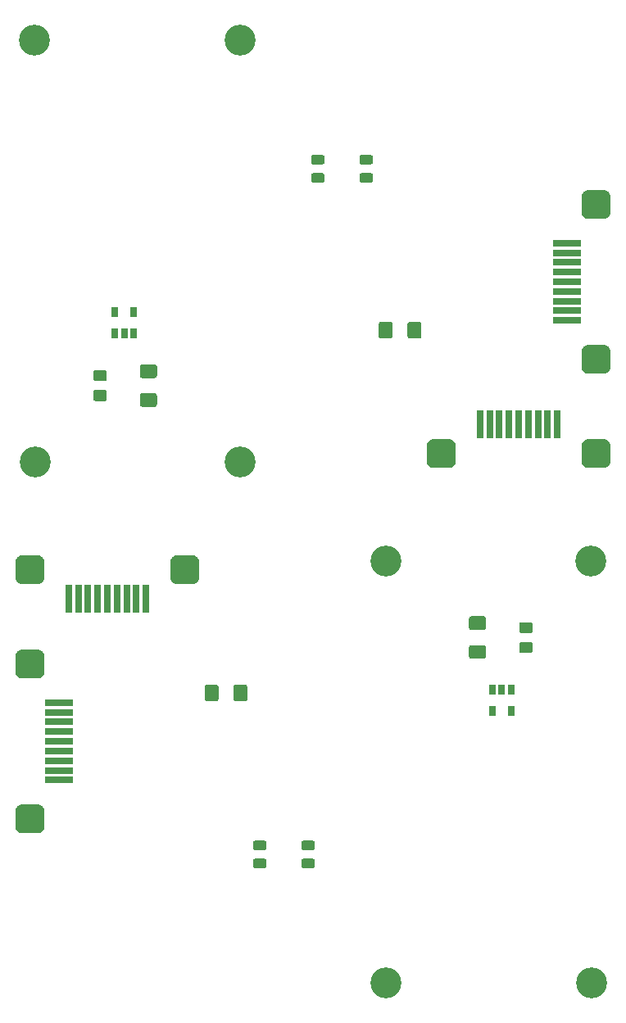
<source format=gbr>
G04 #@! TF.GenerationSoftware,KiCad,Pcbnew,5.1.5-52549c5~86~ubuntu18.04.1*
G04 #@! TF.CreationDate,2020-04-27T04:28:22+01:00*
G04 #@! TF.ProjectId,polariser_drive,706f6c61-7269-4736-9572-5f6472697665,rev?*
G04 #@! TF.SameCoordinates,Original*
G04 #@! TF.FileFunction,Paste,Top*
G04 #@! TF.FilePolarity,Positive*
%FSLAX46Y46*%
G04 Gerber Fmt 4.6, Leading zero omitted, Abs format (unit mm)*
G04 Created by KiCad (PCBNEW 5.1.5-52549c5~86~ubuntu18.04.1) date 2020-04-27 04:28:22*
%MOMM*%
%LPD*%
G04 APERTURE LIST*
%ADD10C,3.200000*%
%ADD11R,0.650000X1.060000*%
%ADD12C,0.100000*%
%ADD13R,0.700000X3.000000*%
%ADD14R,3.000000X0.700000*%
G04 APERTURE END LIST*
D10*
X52800000Y-80880000D03*
X74000000Y-80880000D03*
X74000000Y-37250000D03*
X52750000Y-37250000D03*
D11*
X61050000Y-67600000D03*
X62000000Y-67600000D03*
X62950000Y-67600000D03*
X62950000Y-65400000D03*
X61050000Y-65400000D03*
D12*
G36*
X59974505Y-71376204D02*
G01*
X59998773Y-71379804D01*
X60022572Y-71385765D01*
X60045671Y-71394030D01*
X60067850Y-71404520D01*
X60088893Y-71417132D01*
X60108599Y-71431747D01*
X60126777Y-71448223D01*
X60143253Y-71466401D01*
X60157868Y-71486107D01*
X60170480Y-71507150D01*
X60180970Y-71529329D01*
X60189235Y-71552428D01*
X60195196Y-71576227D01*
X60198796Y-71600495D01*
X60200000Y-71624999D01*
X60200000Y-72275001D01*
X60198796Y-72299505D01*
X60195196Y-72323773D01*
X60189235Y-72347572D01*
X60180970Y-72370671D01*
X60170480Y-72392850D01*
X60157868Y-72413893D01*
X60143253Y-72433599D01*
X60126777Y-72451777D01*
X60108599Y-72468253D01*
X60088893Y-72482868D01*
X60067850Y-72495480D01*
X60045671Y-72505970D01*
X60022572Y-72514235D01*
X59998773Y-72520196D01*
X59974505Y-72523796D01*
X59950001Y-72525000D01*
X59049999Y-72525000D01*
X59025495Y-72523796D01*
X59001227Y-72520196D01*
X58977428Y-72514235D01*
X58954329Y-72505970D01*
X58932150Y-72495480D01*
X58911107Y-72482868D01*
X58891401Y-72468253D01*
X58873223Y-72451777D01*
X58856747Y-72433599D01*
X58842132Y-72413893D01*
X58829520Y-72392850D01*
X58819030Y-72370671D01*
X58810765Y-72347572D01*
X58804804Y-72323773D01*
X58801204Y-72299505D01*
X58800000Y-72275001D01*
X58800000Y-71624999D01*
X58801204Y-71600495D01*
X58804804Y-71576227D01*
X58810765Y-71552428D01*
X58819030Y-71529329D01*
X58829520Y-71507150D01*
X58842132Y-71486107D01*
X58856747Y-71466401D01*
X58873223Y-71448223D01*
X58891401Y-71431747D01*
X58911107Y-71417132D01*
X58932150Y-71404520D01*
X58954329Y-71394030D01*
X58977428Y-71385765D01*
X59001227Y-71379804D01*
X59025495Y-71376204D01*
X59049999Y-71375000D01*
X59950001Y-71375000D01*
X59974505Y-71376204D01*
G37*
G36*
X59974505Y-73426204D02*
G01*
X59998773Y-73429804D01*
X60022572Y-73435765D01*
X60045671Y-73444030D01*
X60067850Y-73454520D01*
X60088893Y-73467132D01*
X60108599Y-73481747D01*
X60126777Y-73498223D01*
X60143253Y-73516401D01*
X60157868Y-73536107D01*
X60170480Y-73557150D01*
X60180970Y-73579329D01*
X60189235Y-73602428D01*
X60195196Y-73626227D01*
X60198796Y-73650495D01*
X60200000Y-73674999D01*
X60200000Y-74325001D01*
X60198796Y-74349505D01*
X60195196Y-74373773D01*
X60189235Y-74397572D01*
X60180970Y-74420671D01*
X60170480Y-74442850D01*
X60157868Y-74463893D01*
X60143253Y-74483599D01*
X60126777Y-74501777D01*
X60108599Y-74518253D01*
X60088893Y-74532868D01*
X60067850Y-74545480D01*
X60045671Y-74555970D01*
X60022572Y-74564235D01*
X59998773Y-74570196D01*
X59974505Y-74573796D01*
X59950001Y-74575000D01*
X59049999Y-74575000D01*
X59025495Y-74573796D01*
X59001227Y-74570196D01*
X58977428Y-74564235D01*
X58954329Y-74555970D01*
X58932150Y-74545480D01*
X58911107Y-74532868D01*
X58891401Y-74518253D01*
X58873223Y-74501777D01*
X58856747Y-74483599D01*
X58842132Y-74463893D01*
X58829520Y-74442850D01*
X58819030Y-74420671D01*
X58810765Y-74397572D01*
X58804804Y-74373773D01*
X58801204Y-74349505D01*
X58800000Y-74325001D01*
X58800000Y-73674999D01*
X58801204Y-73650495D01*
X58804804Y-73626227D01*
X58810765Y-73602428D01*
X58819030Y-73579329D01*
X58829520Y-73557150D01*
X58842132Y-73536107D01*
X58856747Y-73516401D01*
X58873223Y-73498223D01*
X58891401Y-73481747D01*
X58911107Y-73467132D01*
X58932150Y-73454520D01*
X58954329Y-73444030D01*
X58977428Y-73435765D01*
X59001227Y-73429804D01*
X59025495Y-73426204D01*
X59049999Y-73425000D01*
X59950001Y-73425000D01*
X59974505Y-73426204D01*
G37*
G36*
X65149504Y-70776204D02*
G01*
X65173773Y-70779804D01*
X65197571Y-70785765D01*
X65220671Y-70794030D01*
X65242849Y-70804520D01*
X65263893Y-70817133D01*
X65283598Y-70831747D01*
X65301777Y-70848223D01*
X65318253Y-70866402D01*
X65332867Y-70886107D01*
X65345480Y-70907151D01*
X65355970Y-70929329D01*
X65364235Y-70952429D01*
X65370196Y-70976227D01*
X65373796Y-71000496D01*
X65375000Y-71025000D01*
X65375000Y-71950000D01*
X65373796Y-71974504D01*
X65370196Y-71998773D01*
X65364235Y-72022571D01*
X65355970Y-72045671D01*
X65345480Y-72067849D01*
X65332867Y-72088893D01*
X65318253Y-72108598D01*
X65301777Y-72126777D01*
X65283598Y-72143253D01*
X65263893Y-72157867D01*
X65242849Y-72170480D01*
X65220671Y-72180970D01*
X65197571Y-72189235D01*
X65173773Y-72195196D01*
X65149504Y-72198796D01*
X65125000Y-72200000D01*
X63875000Y-72200000D01*
X63850496Y-72198796D01*
X63826227Y-72195196D01*
X63802429Y-72189235D01*
X63779329Y-72180970D01*
X63757151Y-72170480D01*
X63736107Y-72157867D01*
X63716402Y-72143253D01*
X63698223Y-72126777D01*
X63681747Y-72108598D01*
X63667133Y-72088893D01*
X63654520Y-72067849D01*
X63644030Y-72045671D01*
X63635765Y-72022571D01*
X63629804Y-71998773D01*
X63626204Y-71974504D01*
X63625000Y-71950000D01*
X63625000Y-71025000D01*
X63626204Y-71000496D01*
X63629804Y-70976227D01*
X63635765Y-70952429D01*
X63644030Y-70929329D01*
X63654520Y-70907151D01*
X63667133Y-70886107D01*
X63681747Y-70866402D01*
X63698223Y-70848223D01*
X63716402Y-70831747D01*
X63736107Y-70817133D01*
X63757151Y-70804520D01*
X63779329Y-70794030D01*
X63802429Y-70785765D01*
X63826227Y-70779804D01*
X63850496Y-70776204D01*
X63875000Y-70775000D01*
X65125000Y-70775000D01*
X65149504Y-70776204D01*
G37*
G36*
X65149504Y-73751204D02*
G01*
X65173773Y-73754804D01*
X65197571Y-73760765D01*
X65220671Y-73769030D01*
X65242849Y-73779520D01*
X65263893Y-73792133D01*
X65283598Y-73806747D01*
X65301777Y-73823223D01*
X65318253Y-73841402D01*
X65332867Y-73861107D01*
X65345480Y-73882151D01*
X65355970Y-73904329D01*
X65364235Y-73927429D01*
X65370196Y-73951227D01*
X65373796Y-73975496D01*
X65375000Y-74000000D01*
X65375000Y-74925000D01*
X65373796Y-74949504D01*
X65370196Y-74973773D01*
X65364235Y-74997571D01*
X65355970Y-75020671D01*
X65345480Y-75042849D01*
X65332867Y-75063893D01*
X65318253Y-75083598D01*
X65301777Y-75101777D01*
X65283598Y-75118253D01*
X65263893Y-75132867D01*
X65242849Y-75145480D01*
X65220671Y-75155970D01*
X65197571Y-75164235D01*
X65173773Y-75170196D01*
X65149504Y-75173796D01*
X65125000Y-75175000D01*
X63875000Y-75175000D01*
X63850496Y-75173796D01*
X63826227Y-75170196D01*
X63802429Y-75164235D01*
X63779329Y-75155970D01*
X63757151Y-75145480D01*
X63736107Y-75132867D01*
X63716402Y-75118253D01*
X63698223Y-75101777D01*
X63681747Y-75083598D01*
X63667133Y-75063893D01*
X63654520Y-75042849D01*
X63644030Y-75020671D01*
X63635765Y-74997571D01*
X63629804Y-74973773D01*
X63626204Y-74949504D01*
X63625000Y-74925000D01*
X63625000Y-74000000D01*
X63626204Y-73975496D01*
X63629804Y-73951227D01*
X63635765Y-73927429D01*
X63644030Y-73904329D01*
X63654520Y-73882151D01*
X63667133Y-73861107D01*
X63681747Y-73841402D01*
X63698223Y-73823223D01*
X63716402Y-73806747D01*
X63736107Y-73792133D01*
X63757151Y-73779520D01*
X63779329Y-73769030D01*
X63802429Y-73760765D01*
X63826227Y-73754804D01*
X63850496Y-73751204D01*
X63875000Y-73750000D01*
X65125000Y-73750000D01*
X65149504Y-73751204D01*
G37*
G36*
X95573513Y-78503611D02*
G01*
X95646318Y-78514411D01*
X95717714Y-78532295D01*
X95787013Y-78557090D01*
X95853548Y-78588559D01*
X95916678Y-78626398D01*
X95975795Y-78670242D01*
X96030330Y-78719670D01*
X96079758Y-78774205D01*
X96123602Y-78833322D01*
X96161441Y-78896452D01*
X96192910Y-78962987D01*
X96217705Y-79032286D01*
X96235589Y-79103682D01*
X96246389Y-79176487D01*
X96250000Y-79250000D01*
X96250000Y-80750000D01*
X96246389Y-80823513D01*
X96235589Y-80896318D01*
X96217705Y-80967714D01*
X96192910Y-81037013D01*
X96161441Y-81103548D01*
X96123602Y-81166678D01*
X96079758Y-81225795D01*
X96030330Y-81280330D01*
X95975795Y-81329758D01*
X95916678Y-81373602D01*
X95853548Y-81411441D01*
X95787013Y-81442910D01*
X95717714Y-81467705D01*
X95646318Y-81485589D01*
X95573513Y-81496389D01*
X95500000Y-81500000D01*
X94000000Y-81500000D01*
X93926487Y-81496389D01*
X93853682Y-81485589D01*
X93782286Y-81467705D01*
X93712987Y-81442910D01*
X93646452Y-81411441D01*
X93583322Y-81373602D01*
X93524205Y-81329758D01*
X93469670Y-81280330D01*
X93420242Y-81225795D01*
X93376398Y-81166678D01*
X93338559Y-81103548D01*
X93307090Y-81037013D01*
X93282295Y-80967714D01*
X93264411Y-80896318D01*
X93253611Y-80823513D01*
X93250000Y-80750000D01*
X93250000Y-79250000D01*
X93253611Y-79176487D01*
X93264411Y-79103682D01*
X93282295Y-79032286D01*
X93307090Y-78962987D01*
X93338559Y-78896452D01*
X93376398Y-78833322D01*
X93420242Y-78774205D01*
X93469670Y-78719670D01*
X93524205Y-78670242D01*
X93583322Y-78626398D01*
X93646452Y-78588559D01*
X93712987Y-78557090D01*
X93782286Y-78532295D01*
X93853682Y-78514411D01*
X93926487Y-78503611D01*
X94000000Y-78500000D01*
X95500000Y-78500000D01*
X95573513Y-78503611D01*
G37*
G36*
X111573513Y-78503611D02*
G01*
X111646318Y-78514411D01*
X111717714Y-78532295D01*
X111787013Y-78557090D01*
X111853548Y-78588559D01*
X111916678Y-78626398D01*
X111975795Y-78670242D01*
X112030330Y-78719670D01*
X112079758Y-78774205D01*
X112123602Y-78833322D01*
X112161441Y-78896452D01*
X112192910Y-78962987D01*
X112217705Y-79032286D01*
X112235589Y-79103682D01*
X112246389Y-79176487D01*
X112250000Y-79250000D01*
X112250000Y-80750000D01*
X112246389Y-80823513D01*
X112235589Y-80896318D01*
X112217705Y-80967714D01*
X112192910Y-81037013D01*
X112161441Y-81103548D01*
X112123602Y-81166678D01*
X112079758Y-81225795D01*
X112030330Y-81280330D01*
X111975795Y-81329758D01*
X111916678Y-81373602D01*
X111853548Y-81411441D01*
X111787013Y-81442910D01*
X111717714Y-81467705D01*
X111646318Y-81485589D01*
X111573513Y-81496389D01*
X111500000Y-81500000D01*
X110000000Y-81500000D01*
X109926487Y-81496389D01*
X109853682Y-81485589D01*
X109782286Y-81467705D01*
X109712987Y-81442910D01*
X109646452Y-81411441D01*
X109583322Y-81373602D01*
X109524205Y-81329758D01*
X109469670Y-81280330D01*
X109420242Y-81225795D01*
X109376398Y-81166678D01*
X109338559Y-81103548D01*
X109307090Y-81037013D01*
X109282295Y-80967714D01*
X109264411Y-80896318D01*
X109253611Y-80823513D01*
X109250000Y-80750000D01*
X109250000Y-79250000D01*
X109253611Y-79176487D01*
X109264411Y-79103682D01*
X109282295Y-79032286D01*
X109307090Y-78962987D01*
X109338559Y-78896452D01*
X109376398Y-78833322D01*
X109420242Y-78774205D01*
X109469670Y-78719670D01*
X109524205Y-78670242D01*
X109583322Y-78626398D01*
X109646452Y-78588559D01*
X109712987Y-78557090D01*
X109782286Y-78532295D01*
X109853682Y-78514411D01*
X109926487Y-78503611D01*
X110000000Y-78500000D01*
X111500000Y-78500000D01*
X111573513Y-78503611D01*
G37*
D13*
X106750000Y-77000000D03*
X105750000Y-77000000D03*
X104750000Y-77000000D03*
X103750000Y-77000000D03*
X102750000Y-77000000D03*
X101750000Y-77000000D03*
X100750000Y-77000000D03*
X99750000Y-77000000D03*
X98750000Y-77000000D03*
D12*
G36*
X111573513Y-68753611D02*
G01*
X111646318Y-68764411D01*
X111717714Y-68782295D01*
X111787013Y-68807090D01*
X111853548Y-68838559D01*
X111916678Y-68876398D01*
X111975795Y-68920242D01*
X112030330Y-68969670D01*
X112079758Y-69024205D01*
X112123602Y-69083322D01*
X112161441Y-69146452D01*
X112192910Y-69212987D01*
X112217705Y-69282286D01*
X112235589Y-69353682D01*
X112246389Y-69426487D01*
X112250000Y-69500000D01*
X112250000Y-71000000D01*
X112246389Y-71073513D01*
X112235589Y-71146318D01*
X112217705Y-71217714D01*
X112192910Y-71287013D01*
X112161441Y-71353548D01*
X112123602Y-71416678D01*
X112079758Y-71475795D01*
X112030330Y-71530330D01*
X111975795Y-71579758D01*
X111916678Y-71623602D01*
X111853548Y-71661441D01*
X111787013Y-71692910D01*
X111717714Y-71717705D01*
X111646318Y-71735589D01*
X111573513Y-71746389D01*
X111500000Y-71750000D01*
X110000000Y-71750000D01*
X109926487Y-71746389D01*
X109853682Y-71735589D01*
X109782286Y-71717705D01*
X109712987Y-71692910D01*
X109646452Y-71661441D01*
X109583322Y-71623602D01*
X109524205Y-71579758D01*
X109469670Y-71530330D01*
X109420242Y-71475795D01*
X109376398Y-71416678D01*
X109338559Y-71353548D01*
X109307090Y-71287013D01*
X109282295Y-71217714D01*
X109264411Y-71146318D01*
X109253611Y-71073513D01*
X109250000Y-71000000D01*
X109250000Y-69500000D01*
X109253611Y-69426487D01*
X109264411Y-69353682D01*
X109282295Y-69282286D01*
X109307090Y-69212987D01*
X109338559Y-69146452D01*
X109376398Y-69083322D01*
X109420242Y-69024205D01*
X109469670Y-68969670D01*
X109524205Y-68920242D01*
X109583322Y-68876398D01*
X109646452Y-68838559D01*
X109712987Y-68807090D01*
X109782286Y-68782295D01*
X109853682Y-68764411D01*
X109926487Y-68753611D01*
X110000000Y-68750000D01*
X111500000Y-68750000D01*
X111573513Y-68753611D01*
G37*
G36*
X111573513Y-52753611D02*
G01*
X111646318Y-52764411D01*
X111717714Y-52782295D01*
X111787013Y-52807090D01*
X111853548Y-52838559D01*
X111916678Y-52876398D01*
X111975795Y-52920242D01*
X112030330Y-52969670D01*
X112079758Y-53024205D01*
X112123602Y-53083322D01*
X112161441Y-53146452D01*
X112192910Y-53212987D01*
X112217705Y-53282286D01*
X112235589Y-53353682D01*
X112246389Y-53426487D01*
X112250000Y-53500000D01*
X112250000Y-55000000D01*
X112246389Y-55073513D01*
X112235589Y-55146318D01*
X112217705Y-55217714D01*
X112192910Y-55287013D01*
X112161441Y-55353548D01*
X112123602Y-55416678D01*
X112079758Y-55475795D01*
X112030330Y-55530330D01*
X111975795Y-55579758D01*
X111916678Y-55623602D01*
X111853548Y-55661441D01*
X111787013Y-55692910D01*
X111717714Y-55717705D01*
X111646318Y-55735589D01*
X111573513Y-55746389D01*
X111500000Y-55750000D01*
X110000000Y-55750000D01*
X109926487Y-55746389D01*
X109853682Y-55735589D01*
X109782286Y-55717705D01*
X109712987Y-55692910D01*
X109646452Y-55661441D01*
X109583322Y-55623602D01*
X109524205Y-55579758D01*
X109469670Y-55530330D01*
X109420242Y-55475795D01*
X109376398Y-55416678D01*
X109338559Y-55353548D01*
X109307090Y-55287013D01*
X109282295Y-55217714D01*
X109264411Y-55146318D01*
X109253611Y-55073513D01*
X109250000Y-55000000D01*
X109250000Y-53500000D01*
X109253611Y-53426487D01*
X109264411Y-53353682D01*
X109282295Y-53282286D01*
X109307090Y-53212987D01*
X109338559Y-53146452D01*
X109376398Y-53083322D01*
X109420242Y-53024205D01*
X109469670Y-52969670D01*
X109524205Y-52920242D01*
X109583322Y-52876398D01*
X109646452Y-52838559D01*
X109712987Y-52807090D01*
X109782286Y-52782295D01*
X109853682Y-52764411D01*
X109926487Y-52753611D01*
X110000000Y-52750000D01*
X111500000Y-52750000D01*
X111573513Y-52753611D01*
G37*
D14*
X107750000Y-58250000D03*
X107750000Y-59250000D03*
X107750000Y-60250000D03*
X107750000Y-61250000D03*
X107750000Y-62250000D03*
X107750000Y-63250000D03*
X107750000Y-64250000D03*
X107750000Y-65250000D03*
X107750000Y-66250000D03*
D12*
G36*
X87480142Y-51013674D02*
G01*
X87503803Y-51017184D01*
X87527007Y-51022996D01*
X87549529Y-51031054D01*
X87571153Y-51041282D01*
X87591670Y-51053579D01*
X87610883Y-51067829D01*
X87628607Y-51083893D01*
X87644671Y-51101617D01*
X87658921Y-51120830D01*
X87671218Y-51141347D01*
X87681446Y-51162971D01*
X87689504Y-51185493D01*
X87695316Y-51208697D01*
X87698826Y-51232358D01*
X87700000Y-51256250D01*
X87700000Y-51743750D01*
X87698826Y-51767642D01*
X87695316Y-51791303D01*
X87689504Y-51814507D01*
X87681446Y-51837029D01*
X87671218Y-51858653D01*
X87658921Y-51879170D01*
X87644671Y-51898383D01*
X87628607Y-51916107D01*
X87610883Y-51932171D01*
X87591670Y-51946421D01*
X87571153Y-51958718D01*
X87549529Y-51968946D01*
X87527007Y-51977004D01*
X87503803Y-51982816D01*
X87480142Y-51986326D01*
X87456250Y-51987500D01*
X86543750Y-51987500D01*
X86519858Y-51986326D01*
X86496197Y-51982816D01*
X86472993Y-51977004D01*
X86450471Y-51968946D01*
X86428847Y-51958718D01*
X86408330Y-51946421D01*
X86389117Y-51932171D01*
X86371393Y-51916107D01*
X86355329Y-51898383D01*
X86341079Y-51879170D01*
X86328782Y-51858653D01*
X86318554Y-51837029D01*
X86310496Y-51814507D01*
X86304684Y-51791303D01*
X86301174Y-51767642D01*
X86300000Y-51743750D01*
X86300000Y-51256250D01*
X86301174Y-51232358D01*
X86304684Y-51208697D01*
X86310496Y-51185493D01*
X86318554Y-51162971D01*
X86328782Y-51141347D01*
X86341079Y-51120830D01*
X86355329Y-51101617D01*
X86371393Y-51083893D01*
X86389117Y-51067829D01*
X86408330Y-51053579D01*
X86428847Y-51041282D01*
X86450471Y-51031054D01*
X86472993Y-51022996D01*
X86496197Y-51017184D01*
X86519858Y-51013674D01*
X86543750Y-51012500D01*
X87456250Y-51012500D01*
X87480142Y-51013674D01*
G37*
G36*
X87480142Y-49138674D02*
G01*
X87503803Y-49142184D01*
X87527007Y-49147996D01*
X87549529Y-49156054D01*
X87571153Y-49166282D01*
X87591670Y-49178579D01*
X87610883Y-49192829D01*
X87628607Y-49208893D01*
X87644671Y-49226617D01*
X87658921Y-49245830D01*
X87671218Y-49266347D01*
X87681446Y-49287971D01*
X87689504Y-49310493D01*
X87695316Y-49333697D01*
X87698826Y-49357358D01*
X87700000Y-49381250D01*
X87700000Y-49868750D01*
X87698826Y-49892642D01*
X87695316Y-49916303D01*
X87689504Y-49939507D01*
X87681446Y-49962029D01*
X87671218Y-49983653D01*
X87658921Y-50004170D01*
X87644671Y-50023383D01*
X87628607Y-50041107D01*
X87610883Y-50057171D01*
X87591670Y-50071421D01*
X87571153Y-50083718D01*
X87549529Y-50093946D01*
X87527007Y-50102004D01*
X87503803Y-50107816D01*
X87480142Y-50111326D01*
X87456250Y-50112500D01*
X86543750Y-50112500D01*
X86519858Y-50111326D01*
X86496197Y-50107816D01*
X86472993Y-50102004D01*
X86450471Y-50093946D01*
X86428847Y-50083718D01*
X86408330Y-50071421D01*
X86389117Y-50057171D01*
X86371393Y-50041107D01*
X86355329Y-50023383D01*
X86341079Y-50004170D01*
X86328782Y-49983653D01*
X86318554Y-49962029D01*
X86310496Y-49939507D01*
X86304684Y-49916303D01*
X86301174Y-49892642D01*
X86300000Y-49868750D01*
X86300000Y-49381250D01*
X86301174Y-49357358D01*
X86304684Y-49333697D01*
X86310496Y-49310493D01*
X86318554Y-49287971D01*
X86328782Y-49266347D01*
X86341079Y-49245830D01*
X86355329Y-49226617D01*
X86371393Y-49208893D01*
X86389117Y-49192829D01*
X86408330Y-49178579D01*
X86428847Y-49166282D01*
X86450471Y-49156054D01*
X86472993Y-49147996D01*
X86496197Y-49142184D01*
X86519858Y-49138674D01*
X86543750Y-49137500D01*
X87456250Y-49137500D01*
X87480142Y-49138674D01*
G37*
G36*
X82480142Y-51013674D02*
G01*
X82503803Y-51017184D01*
X82527007Y-51022996D01*
X82549529Y-51031054D01*
X82571153Y-51041282D01*
X82591670Y-51053579D01*
X82610883Y-51067829D01*
X82628607Y-51083893D01*
X82644671Y-51101617D01*
X82658921Y-51120830D01*
X82671218Y-51141347D01*
X82681446Y-51162971D01*
X82689504Y-51185493D01*
X82695316Y-51208697D01*
X82698826Y-51232358D01*
X82700000Y-51256250D01*
X82700000Y-51743750D01*
X82698826Y-51767642D01*
X82695316Y-51791303D01*
X82689504Y-51814507D01*
X82681446Y-51837029D01*
X82671218Y-51858653D01*
X82658921Y-51879170D01*
X82644671Y-51898383D01*
X82628607Y-51916107D01*
X82610883Y-51932171D01*
X82591670Y-51946421D01*
X82571153Y-51958718D01*
X82549529Y-51968946D01*
X82527007Y-51977004D01*
X82503803Y-51982816D01*
X82480142Y-51986326D01*
X82456250Y-51987500D01*
X81543750Y-51987500D01*
X81519858Y-51986326D01*
X81496197Y-51982816D01*
X81472993Y-51977004D01*
X81450471Y-51968946D01*
X81428847Y-51958718D01*
X81408330Y-51946421D01*
X81389117Y-51932171D01*
X81371393Y-51916107D01*
X81355329Y-51898383D01*
X81341079Y-51879170D01*
X81328782Y-51858653D01*
X81318554Y-51837029D01*
X81310496Y-51814507D01*
X81304684Y-51791303D01*
X81301174Y-51767642D01*
X81300000Y-51743750D01*
X81300000Y-51256250D01*
X81301174Y-51232358D01*
X81304684Y-51208697D01*
X81310496Y-51185493D01*
X81318554Y-51162971D01*
X81328782Y-51141347D01*
X81341079Y-51120830D01*
X81355329Y-51101617D01*
X81371393Y-51083893D01*
X81389117Y-51067829D01*
X81408330Y-51053579D01*
X81428847Y-51041282D01*
X81450471Y-51031054D01*
X81472993Y-51022996D01*
X81496197Y-51017184D01*
X81519858Y-51013674D01*
X81543750Y-51012500D01*
X82456250Y-51012500D01*
X82480142Y-51013674D01*
G37*
G36*
X82480142Y-49138674D02*
G01*
X82503803Y-49142184D01*
X82527007Y-49147996D01*
X82549529Y-49156054D01*
X82571153Y-49166282D01*
X82591670Y-49178579D01*
X82610883Y-49192829D01*
X82628607Y-49208893D01*
X82644671Y-49226617D01*
X82658921Y-49245830D01*
X82671218Y-49266347D01*
X82681446Y-49287971D01*
X82689504Y-49310493D01*
X82695316Y-49333697D01*
X82698826Y-49357358D01*
X82700000Y-49381250D01*
X82700000Y-49868750D01*
X82698826Y-49892642D01*
X82695316Y-49916303D01*
X82689504Y-49939507D01*
X82681446Y-49962029D01*
X82671218Y-49983653D01*
X82658921Y-50004170D01*
X82644671Y-50023383D01*
X82628607Y-50041107D01*
X82610883Y-50057171D01*
X82591670Y-50071421D01*
X82571153Y-50083718D01*
X82549529Y-50093946D01*
X82527007Y-50102004D01*
X82503803Y-50107816D01*
X82480142Y-50111326D01*
X82456250Y-50112500D01*
X81543750Y-50112500D01*
X81519858Y-50111326D01*
X81496197Y-50107816D01*
X81472993Y-50102004D01*
X81450471Y-50093946D01*
X81428847Y-50083718D01*
X81408330Y-50071421D01*
X81389117Y-50057171D01*
X81371393Y-50041107D01*
X81355329Y-50023383D01*
X81341079Y-50004170D01*
X81328782Y-49983653D01*
X81318554Y-49962029D01*
X81310496Y-49939507D01*
X81304684Y-49916303D01*
X81301174Y-49892642D01*
X81300000Y-49868750D01*
X81300000Y-49381250D01*
X81301174Y-49357358D01*
X81304684Y-49333697D01*
X81310496Y-49310493D01*
X81318554Y-49287971D01*
X81328782Y-49266347D01*
X81341079Y-49245830D01*
X81355329Y-49226617D01*
X81371393Y-49208893D01*
X81389117Y-49192829D01*
X81408330Y-49178579D01*
X81428847Y-49166282D01*
X81450471Y-49156054D01*
X81472993Y-49147996D01*
X81496197Y-49142184D01*
X81519858Y-49138674D01*
X81543750Y-49137500D01*
X82456250Y-49137500D01*
X82480142Y-49138674D01*
G37*
G36*
X89499504Y-66376204D02*
G01*
X89523773Y-66379804D01*
X89547571Y-66385765D01*
X89570671Y-66394030D01*
X89592849Y-66404520D01*
X89613893Y-66417133D01*
X89633598Y-66431747D01*
X89651777Y-66448223D01*
X89668253Y-66466402D01*
X89682867Y-66486107D01*
X89695480Y-66507151D01*
X89705970Y-66529329D01*
X89714235Y-66552429D01*
X89720196Y-66576227D01*
X89723796Y-66600496D01*
X89725000Y-66625000D01*
X89725000Y-67875000D01*
X89723796Y-67899504D01*
X89720196Y-67923773D01*
X89714235Y-67947571D01*
X89705970Y-67970671D01*
X89695480Y-67992849D01*
X89682867Y-68013893D01*
X89668253Y-68033598D01*
X89651777Y-68051777D01*
X89633598Y-68068253D01*
X89613893Y-68082867D01*
X89592849Y-68095480D01*
X89570671Y-68105970D01*
X89547571Y-68114235D01*
X89523773Y-68120196D01*
X89499504Y-68123796D01*
X89475000Y-68125000D01*
X88550000Y-68125000D01*
X88525496Y-68123796D01*
X88501227Y-68120196D01*
X88477429Y-68114235D01*
X88454329Y-68105970D01*
X88432151Y-68095480D01*
X88411107Y-68082867D01*
X88391402Y-68068253D01*
X88373223Y-68051777D01*
X88356747Y-68033598D01*
X88342133Y-68013893D01*
X88329520Y-67992849D01*
X88319030Y-67970671D01*
X88310765Y-67947571D01*
X88304804Y-67923773D01*
X88301204Y-67899504D01*
X88300000Y-67875000D01*
X88300000Y-66625000D01*
X88301204Y-66600496D01*
X88304804Y-66576227D01*
X88310765Y-66552429D01*
X88319030Y-66529329D01*
X88329520Y-66507151D01*
X88342133Y-66486107D01*
X88356747Y-66466402D01*
X88373223Y-66448223D01*
X88391402Y-66431747D01*
X88411107Y-66417133D01*
X88432151Y-66404520D01*
X88454329Y-66394030D01*
X88477429Y-66385765D01*
X88501227Y-66379804D01*
X88525496Y-66376204D01*
X88550000Y-66375000D01*
X89475000Y-66375000D01*
X89499504Y-66376204D01*
G37*
G36*
X92474504Y-66376204D02*
G01*
X92498773Y-66379804D01*
X92522571Y-66385765D01*
X92545671Y-66394030D01*
X92567849Y-66404520D01*
X92588893Y-66417133D01*
X92608598Y-66431747D01*
X92626777Y-66448223D01*
X92643253Y-66466402D01*
X92657867Y-66486107D01*
X92670480Y-66507151D01*
X92680970Y-66529329D01*
X92689235Y-66552429D01*
X92695196Y-66576227D01*
X92698796Y-66600496D01*
X92700000Y-66625000D01*
X92700000Y-67875000D01*
X92698796Y-67899504D01*
X92695196Y-67923773D01*
X92689235Y-67947571D01*
X92680970Y-67970671D01*
X92670480Y-67992849D01*
X92657867Y-68013893D01*
X92643253Y-68033598D01*
X92626777Y-68051777D01*
X92608598Y-68068253D01*
X92588893Y-68082867D01*
X92567849Y-68095480D01*
X92545671Y-68105970D01*
X92522571Y-68114235D01*
X92498773Y-68120196D01*
X92474504Y-68123796D01*
X92450000Y-68125000D01*
X91525000Y-68125000D01*
X91500496Y-68123796D01*
X91476227Y-68120196D01*
X91452429Y-68114235D01*
X91429329Y-68105970D01*
X91407151Y-68095480D01*
X91386107Y-68082867D01*
X91366402Y-68068253D01*
X91348223Y-68051777D01*
X91331747Y-68033598D01*
X91317133Y-68013893D01*
X91304520Y-67992849D01*
X91294030Y-67970671D01*
X91285765Y-67947571D01*
X91279804Y-67923773D01*
X91276204Y-67899504D01*
X91275000Y-67875000D01*
X91275000Y-66625000D01*
X91276204Y-66600496D01*
X91279804Y-66576227D01*
X91285765Y-66552429D01*
X91294030Y-66529329D01*
X91304520Y-66507151D01*
X91317133Y-66486107D01*
X91331747Y-66466402D01*
X91348223Y-66448223D01*
X91366402Y-66431747D01*
X91386107Y-66417133D01*
X91407151Y-66404520D01*
X91429329Y-66394030D01*
X91452429Y-66385765D01*
X91476227Y-66379804D01*
X91500496Y-66376204D01*
X91525000Y-66375000D01*
X92450000Y-66375000D01*
X92474504Y-66376204D01*
G37*
D13*
X64250000Y-95000000D03*
X63250000Y-95000000D03*
X62250000Y-95000000D03*
X61250000Y-95000000D03*
X60250000Y-95000000D03*
X59250000Y-95000000D03*
X58250000Y-95000000D03*
X57250000Y-95000000D03*
X56250000Y-95000000D03*
D12*
G36*
X53073513Y-90503611D02*
G01*
X53146318Y-90514411D01*
X53217714Y-90532295D01*
X53287013Y-90557090D01*
X53353548Y-90588559D01*
X53416678Y-90626398D01*
X53475795Y-90670242D01*
X53530330Y-90719670D01*
X53579758Y-90774205D01*
X53623602Y-90833322D01*
X53661441Y-90896452D01*
X53692910Y-90962987D01*
X53717705Y-91032286D01*
X53735589Y-91103682D01*
X53746389Y-91176487D01*
X53750000Y-91250000D01*
X53750000Y-92750000D01*
X53746389Y-92823513D01*
X53735589Y-92896318D01*
X53717705Y-92967714D01*
X53692910Y-93037013D01*
X53661441Y-93103548D01*
X53623602Y-93166678D01*
X53579758Y-93225795D01*
X53530330Y-93280330D01*
X53475795Y-93329758D01*
X53416678Y-93373602D01*
X53353548Y-93411441D01*
X53287013Y-93442910D01*
X53217714Y-93467705D01*
X53146318Y-93485589D01*
X53073513Y-93496389D01*
X53000000Y-93500000D01*
X51500000Y-93500000D01*
X51426487Y-93496389D01*
X51353682Y-93485589D01*
X51282286Y-93467705D01*
X51212987Y-93442910D01*
X51146452Y-93411441D01*
X51083322Y-93373602D01*
X51024205Y-93329758D01*
X50969670Y-93280330D01*
X50920242Y-93225795D01*
X50876398Y-93166678D01*
X50838559Y-93103548D01*
X50807090Y-93037013D01*
X50782295Y-92967714D01*
X50764411Y-92896318D01*
X50753611Y-92823513D01*
X50750000Y-92750000D01*
X50750000Y-91250000D01*
X50753611Y-91176487D01*
X50764411Y-91103682D01*
X50782295Y-91032286D01*
X50807090Y-90962987D01*
X50838559Y-90896452D01*
X50876398Y-90833322D01*
X50920242Y-90774205D01*
X50969670Y-90719670D01*
X51024205Y-90670242D01*
X51083322Y-90626398D01*
X51146452Y-90588559D01*
X51212987Y-90557090D01*
X51282286Y-90532295D01*
X51353682Y-90514411D01*
X51426487Y-90503611D01*
X51500000Y-90500000D01*
X53000000Y-90500000D01*
X53073513Y-90503611D01*
G37*
G36*
X69073513Y-90503611D02*
G01*
X69146318Y-90514411D01*
X69217714Y-90532295D01*
X69287013Y-90557090D01*
X69353548Y-90588559D01*
X69416678Y-90626398D01*
X69475795Y-90670242D01*
X69530330Y-90719670D01*
X69579758Y-90774205D01*
X69623602Y-90833322D01*
X69661441Y-90896452D01*
X69692910Y-90962987D01*
X69717705Y-91032286D01*
X69735589Y-91103682D01*
X69746389Y-91176487D01*
X69750000Y-91250000D01*
X69750000Y-92750000D01*
X69746389Y-92823513D01*
X69735589Y-92896318D01*
X69717705Y-92967714D01*
X69692910Y-93037013D01*
X69661441Y-93103548D01*
X69623602Y-93166678D01*
X69579758Y-93225795D01*
X69530330Y-93280330D01*
X69475795Y-93329758D01*
X69416678Y-93373602D01*
X69353548Y-93411441D01*
X69287013Y-93442910D01*
X69217714Y-93467705D01*
X69146318Y-93485589D01*
X69073513Y-93496389D01*
X69000000Y-93500000D01*
X67500000Y-93500000D01*
X67426487Y-93496389D01*
X67353682Y-93485589D01*
X67282286Y-93467705D01*
X67212987Y-93442910D01*
X67146452Y-93411441D01*
X67083322Y-93373602D01*
X67024205Y-93329758D01*
X66969670Y-93280330D01*
X66920242Y-93225795D01*
X66876398Y-93166678D01*
X66838559Y-93103548D01*
X66807090Y-93037013D01*
X66782295Y-92967714D01*
X66764411Y-92896318D01*
X66753611Y-92823513D01*
X66750000Y-92750000D01*
X66750000Y-91250000D01*
X66753611Y-91176487D01*
X66764411Y-91103682D01*
X66782295Y-91032286D01*
X66807090Y-90962987D01*
X66838559Y-90896452D01*
X66876398Y-90833322D01*
X66920242Y-90774205D01*
X66969670Y-90719670D01*
X67024205Y-90670242D01*
X67083322Y-90626398D01*
X67146452Y-90588559D01*
X67212987Y-90557090D01*
X67282286Y-90532295D01*
X67353682Y-90514411D01*
X67426487Y-90503611D01*
X67500000Y-90500000D01*
X69000000Y-90500000D01*
X69073513Y-90503611D01*
G37*
D14*
X55250000Y-105750000D03*
X55250000Y-106750000D03*
X55250000Y-107750000D03*
X55250000Y-108750000D03*
X55250000Y-109750000D03*
X55250000Y-110750000D03*
X55250000Y-111750000D03*
X55250000Y-112750000D03*
X55250000Y-113750000D03*
D12*
G36*
X53073513Y-116253611D02*
G01*
X53146318Y-116264411D01*
X53217714Y-116282295D01*
X53287013Y-116307090D01*
X53353548Y-116338559D01*
X53416678Y-116376398D01*
X53475795Y-116420242D01*
X53530330Y-116469670D01*
X53579758Y-116524205D01*
X53623602Y-116583322D01*
X53661441Y-116646452D01*
X53692910Y-116712987D01*
X53717705Y-116782286D01*
X53735589Y-116853682D01*
X53746389Y-116926487D01*
X53750000Y-117000000D01*
X53750000Y-118500000D01*
X53746389Y-118573513D01*
X53735589Y-118646318D01*
X53717705Y-118717714D01*
X53692910Y-118787013D01*
X53661441Y-118853548D01*
X53623602Y-118916678D01*
X53579758Y-118975795D01*
X53530330Y-119030330D01*
X53475795Y-119079758D01*
X53416678Y-119123602D01*
X53353548Y-119161441D01*
X53287013Y-119192910D01*
X53217714Y-119217705D01*
X53146318Y-119235589D01*
X53073513Y-119246389D01*
X53000000Y-119250000D01*
X51500000Y-119250000D01*
X51426487Y-119246389D01*
X51353682Y-119235589D01*
X51282286Y-119217705D01*
X51212987Y-119192910D01*
X51146452Y-119161441D01*
X51083322Y-119123602D01*
X51024205Y-119079758D01*
X50969670Y-119030330D01*
X50920242Y-118975795D01*
X50876398Y-118916678D01*
X50838559Y-118853548D01*
X50807090Y-118787013D01*
X50782295Y-118717714D01*
X50764411Y-118646318D01*
X50753611Y-118573513D01*
X50750000Y-118500000D01*
X50750000Y-117000000D01*
X50753611Y-116926487D01*
X50764411Y-116853682D01*
X50782295Y-116782286D01*
X50807090Y-116712987D01*
X50838559Y-116646452D01*
X50876398Y-116583322D01*
X50920242Y-116524205D01*
X50969670Y-116469670D01*
X51024205Y-116420242D01*
X51083322Y-116376398D01*
X51146452Y-116338559D01*
X51212987Y-116307090D01*
X51282286Y-116282295D01*
X51353682Y-116264411D01*
X51426487Y-116253611D01*
X51500000Y-116250000D01*
X53000000Y-116250000D01*
X53073513Y-116253611D01*
G37*
G36*
X53073513Y-100253611D02*
G01*
X53146318Y-100264411D01*
X53217714Y-100282295D01*
X53287013Y-100307090D01*
X53353548Y-100338559D01*
X53416678Y-100376398D01*
X53475795Y-100420242D01*
X53530330Y-100469670D01*
X53579758Y-100524205D01*
X53623602Y-100583322D01*
X53661441Y-100646452D01*
X53692910Y-100712987D01*
X53717705Y-100782286D01*
X53735589Y-100853682D01*
X53746389Y-100926487D01*
X53750000Y-101000000D01*
X53750000Y-102500000D01*
X53746389Y-102573513D01*
X53735589Y-102646318D01*
X53717705Y-102717714D01*
X53692910Y-102787013D01*
X53661441Y-102853548D01*
X53623602Y-102916678D01*
X53579758Y-102975795D01*
X53530330Y-103030330D01*
X53475795Y-103079758D01*
X53416678Y-103123602D01*
X53353548Y-103161441D01*
X53287013Y-103192910D01*
X53217714Y-103217705D01*
X53146318Y-103235589D01*
X53073513Y-103246389D01*
X53000000Y-103250000D01*
X51500000Y-103250000D01*
X51426487Y-103246389D01*
X51353682Y-103235589D01*
X51282286Y-103217705D01*
X51212987Y-103192910D01*
X51146452Y-103161441D01*
X51083322Y-103123602D01*
X51024205Y-103079758D01*
X50969670Y-103030330D01*
X50920242Y-102975795D01*
X50876398Y-102916678D01*
X50838559Y-102853548D01*
X50807090Y-102787013D01*
X50782295Y-102717714D01*
X50764411Y-102646318D01*
X50753611Y-102573513D01*
X50750000Y-102500000D01*
X50750000Y-101000000D01*
X50753611Y-100926487D01*
X50764411Y-100853682D01*
X50782295Y-100782286D01*
X50807090Y-100712987D01*
X50838559Y-100646452D01*
X50876398Y-100583322D01*
X50920242Y-100524205D01*
X50969670Y-100469670D01*
X51024205Y-100420242D01*
X51083322Y-100376398D01*
X51146452Y-100338559D01*
X51212987Y-100307090D01*
X51282286Y-100282295D01*
X51353682Y-100264411D01*
X51426487Y-100253611D01*
X51500000Y-100250000D01*
X53000000Y-100250000D01*
X53073513Y-100253611D01*
G37*
G36*
X71499504Y-103876204D02*
G01*
X71523773Y-103879804D01*
X71547571Y-103885765D01*
X71570671Y-103894030D01*
X71592849Y-103904520D01*
X71613893Y-103917133D01*
X71633598Y-103931747D01*
X71651777Y-103948223D01*
X71668253Y-103966402D01*
X71682867Y-103986107D01*
X71695480Y-104007151D01*
X71705970Y-104029329D01*
X71714235Y-104052429D01*
X71720196Y-104076227D01*
X71723796Y-104100496D01*
X71725000Y-104125000D01*
X71725000Y-105375000D01*
X71723796Y-105399504D01*
X71720196Y-105423773D01*
X71714235Y-105447571D01*
X71705970Y-105470671D01*
X71695480Y-105492849D01*
X71682867Y-105513893D01*
X71668253Y-105533598D01*
X71651777Y-105551777D01*
X71633598Y-105568253D01*
X71613893Y-105582867D01*
X71592849Y-105595480D01*
X71570671Y-105605970D01*
X71547571Y-105614235D01*
X71523773Y-105620196D01*
X71499504Y-105623796D01*
X71475000Y-105625000D01*
X70550000Y-105625000D01*
X70525496Y-105623796D01*
X70501227Y-105620196D01*
X70477429Y-105614235D01*
X70454329Y-105605970D01*
X70432151Y-105595480D01*
X70411107Y-105582867D01*
X70391402Y-105568253D01*
X70373223Y-105551777D01*
X70356747Y-105533598D01*
X70342133Y-105513893D01*
X70329520Y-105492849D01*
X70319030Y-105470671D01*
X70310765Y-105447571D01*
X70304804Y-105423773D01*
X70301204Y-105399504D01*
X70300000Y-105375000D01*
X70300000Y-104125000D01*
X70301204Y-104100496D01*
X70304804Y-104076227D01*
X70310765Y-104052429D01*
X70319030Y-104029329D01*
X70329520Y-104007151D01*
X70342133Y-103986107D01*
X70356747Y-103966402D01*
X70373223Y-103948223D01*
X70391402Y-103931747D01*
X70411107Y-103917133D01*
X70432151Y-103904520D01*
X70454329Y-103894030D01*
X70477429Y-103885765D01*
X70501227Y-103879804D01*
X70525496Y-103876204D01*
X70550000Y-103875000D01*
X71475000Y-103875000D01*
X71499504Y-103876204D01*
G37*
G36*
X74474504Y-103876204D02*
G01*
X74498773Y-103879804D01*
X74522571Y-103885765D01*
X74545671Y-103894030D01*
X74567849Y-103904520D01*
X74588893Y-103917133D01*
X74608598Y-103931747D01*
X74626777Y-103948223D01*
X74643253Y-103966402D01*
X74657867Y-103986107D01*
X74670480Y-104007151D01*
X74680970Y-104029329D01*
X74689235Y-104052429D01*
X74695196Y-104076227D01*
X74698796Y-104100496D01*
X74700000Y-104125000D01*
X74700000Y-105375000D01*
X74698796Y-105399504D01*
X74695196Y-105423773D01*
X74689235Y-105447571D01*
X74680970Y-105470671D01*
X74670480Y-105492849D01*
X74657867Y-105513893D01*
X74643253Y-105533598D01*
X74626777Y-105551777D01*
X74608598Y-105568253D01*
X74588893Y-105582867D01*
X74567849Y-105595480D01*
X74545671Y-105605970D01*
X74522571Y-105614235D01*
X74498773Y-105620196D01*
X74474504Y-105623796D01*
X74450000Y-105625000D01*
X73525000Y-105625000D01*
X73500496Y-105623796D01*
X73476227Y-105620196D01*
X73452429Y-105614235D01*
X73429329Y-105605970D01*
X73407151Y-105595480D01*
X73386107Y-105582867D01*
X73366402Y-105568253D01*
X73348223Y-105551777D01*
X73331747Y-105533598D01*
X73317133Y-105513893D01*
X73304520Y-105492849D01*
X73294030Y-105470671D01*
X73285765Y-105447571D01*
X73279804Y-105423773D01*
X73276204Y-105399504D01*
X73275000Y-105375000D01*
X73275000Y-104125000D01*
X73276204Y-104100496D01*
X73279804Y-104076227D01*
X73285765Y-104052429D01*
X73294030Y-104029329D01*
X73304520Y-104007151D01*
X73317133Y-103986107D01*
X73331747Y-103966402D01*
X73348223Y-103948223D01*
X73366402Y-103931747D01*
X73386107Y-103917133D01*
X73407151Y-103904520D01*
X73429329Y-103894030D01*
X73452429Y-103885765D01*
X73476227Y-103879804D01*
X73500496Y-103876204D01*
X73525000Y-103875000D01*
X74450000Y-103875000D01*
X74474504Y-103876204D01*
G37*
G36*
X99149504Y-96826204D02*
G01*
X99173773Y-96829804D01*
X99197571Y-96835765D01*
X99220671Y-96844030D01*
X99242849Y-96854520D01*
X99263893Y-96867133D01*
X99283598Y-96881747D01*
X99301777Y-96898223D01*
X99318253Y-96916402D01*
X99332867Y-96936107D01*
X99345480Y-96957151D01*
X99355970Y-96979329D01*
X99364235Y-97002429D01*
X99370196Y-97026227D01*
X99373796Y-97050496D01*
X99375000Y-97075000D01*
X99375000Y-98000000D01*
X99373796Y-98024504D01*
X99370196Y-98048773D01*
X99364235Y-98072571D01*
X99355970Y-98095671D01*
X99345480Y-98117849D01*
X99332867Y-98138893D01*
X99318253Y-98158598D01*
X99301777Y-98176777D01*
X99283598Y-98193253D01*
X99263893Y-98207867D01*
X99242849Y-98220480D01*
X99220671Y-98230970D01*
X99197571Y-98239235D01*
X99173773Y-98245196D01*
X99149504Y-98248796D01*
X99125000Y-98250000D01*
X97875000Y-98250000D01*
X97850496Y-98248796D01*
X97826227Y-98245196D01*
X97802429Y-98239235D01*
X97779329Y-98230970D01*
X97757151Y-98220480D01*
X97736107Y-98207867D01*
X97716402Y-98193253D01*
X97698223Y-98176777D01*
X97681747Y-98158598D01*
X97667133Y-98138893D01*
X97654520Y-98117849D01*
X97644030Y-98095671D01*
X97635765Y-98072571D01*
X97629804Y-98048773D01*
X97626204Y-98024504D01*
X97625000Y-98000000D01*
X97625000Y-97075000D01*
X97626204Y-97050496D01*
X97629804Y-97026227D01*
X97635765Y-97002429D01*
X97644030Y-96979329D01*
X97654520Y-96957151D01*
X97667133Y-96936107D01*
X97681747Y-96916402D01*
X97698223Y-96898223D01*
X97716402Y-96881747D01*
X97736107Y-96867133D01*
X97757151Y-96854520D01*
X97779329Y-96844030D01*
X97802429Y-96835765D01*
X97826227Y-96829804D01*
X97850496Y-96826204D01*
X97875000Y-96825000D01*
X99125000Y-96825000D01*
X99149504Y-96826204D01*
G37*
G36*
X99149504Y-99801204D02*
G01*
X99173773Y-99804804D01*
X99197571Y-99810765D01*
X99220671Y-99819030D01*
X99242849Y-99829520D01*
X99263893Y-99842133D01*
X99283598Y-99856747D01*
X99301777Y-99873223D01*
X99318253Y-99891402D01*
X99332867Y-99911107D01*
X99345480Y-99932151D01*
X99355970Y-99954329D01*
X99364235Y-99977429D01*
X99370196Y-100001227D01*
X99373796Y-100025496D01*
X99375000Y-100050000D01*
X99375000Y-100975000D01*
X99373796Y-100999504D01*
X99370196Y-101023773D01*
X99364235Y-101047571D01*
X99355970Y-101070671D01*
X99345480Y-101092849D01*
X99332867Y-101113893D01*
X99318253Y-101133598D01*
X99301777Y-101151777D01*
X99283598Y-101168253D01*
X99263893Y-101182867D01*
X99242849Y-101195480D01*
X99220671Y-101205970D01*
X99197571Y-101214235D01*
X99173773Y-101220196D01*
X99149504Y-101223796D01*
X99125000Y-101225000D01*
X97875000Y-101225000D01*
X97850496Y-101223796D01*
X97826227Y-101220196D01*
X97802429Y-101214235D01*
X97779329Y-101205970D01*
X97757151Y-101195480D01*
X97736107Y-101182867D01*
X97716402Y-101168253D01*
X97698223Y-101151777D01*
X97681747Y-101133598D01*
X97667133Y-101113893D01*
X97654520Y-101092849D01*
X97644030Y-101070671D01*
X97635765Y-101047571D01*
X97629804Y-101023773D01*
X97626204Y-100999504D01*
X97625000Y-100975000D01*
X97625000Y-100050000D01*
X97626204Y-100025496D01*
X97629804Y-100001227D01*
X97635765Y-99977429D01*
X97644030Y-99954329D01*
X97654520Y-99932151D01*
X97667133Y-99911107D01*
X97681747Y-99891402D01*
X97698223Y-99873223D01*
X97716402Y-99856747D01*
X97736107Y-99842133D01*
X97757151Y-99829520D01*
X97779329Y-99819030D01*
X97802429Y-99810765D01*
X97826227Y-99804804D01*
X97850496Y-99801204D01*
X97875000Y-99800000D01*
X99125000Y-99800000D01*
X99149504Y-99801204D01*
G37*
D10*
X110200000Y-91120000D03*
X89000000Y-91120000D03*
X89000000Y-134750000D03*
X110250000Y-134750000D03*
D11*
X101950000Y-106600000D03*
X100050000Y-106600000D03*
X100050000Y-104400000D03*
X101000000Y-104400000D03*
X101950000Y-104400000D03*
D12*
G36*
X76480142Y-121888674D02*
G01*
X76503803Y-121892184D01*
X76527007Y-121897996D01*
X76549529Y-121906054D01*
X76571153Y-121916282D01*
X76591670Y-121928579D01*
X76610883Y-121942829D01*
X76628607Y-121958893D01*
X76644671Y-121976617D01*
X76658921Y-121995830D01*
X76671218Y-122016347D01*
X76681446Y-122037971D01*
X76689504Y-122060493D01*
X76695316Y-122083697D01*
X76698826Y-122107358D01*
X76700000Y-122131250D01*
X76700000Y-122618750D01*
X76698826Y-122642642D01*
X76695316Y-122666303D01*
X76689504Y-122689507D01*
X76681446Y-122712029D01*
X76671218Y-122733653D01*
X76658921Y-122754170D01*
X76644671Y-122773383D01*
X76628607Y-122791107D01*
X76610883Y-122807171D01*
X76591670Y-122821421D01*
X76571153Y-122833718D01*
X76549529Y-122843946D01*
X76527007Y-122852004D01*
X76503803Y-122857816D01*
X76480142Y-122861326D01*
X76456250Y-122862500D01*
X75543750Y-122862500D01*
X75519858Y-122861326D01*
X75496197Y-122857816D01*
X75472993Y-122852004D01*
X75450471Y-122843946D01*
X75428847Y-122833718D01*
X75408330Y-122821421D01*
X75389117Y-122807171D01*
X75371393Y-122791107D01*
X75355329Y-122773383D01*
X75341079Y-122754170D01*
X75328782Y-122733653D01*
X75318554Y-122712029D01*
X75310496Y-122689507D01*
X75304684Y-122666303D01*
X75301174Y-122642642D01*
X75300000Y-122618750D01*
X75300000Y-122131250D01*
X75301174Y-122107358D01*
X75304684Y-122083697D01*
X75310496Y-122060493D01*
X75318554Y-122037971D01*
X75328782Y-122016347D01*
X75341079Y-121995830D01*
X75355329Y-121976617D01*
X75371393Y-121958893D01*
X75389117Y-121942829D01*
X75408330Y-121928579D01*
X75428847Y-121916282D01*
X75450471Y-121906054D01*
X75472993Y-121897996D01*
X75496197Y-121892184D01*
X75519858Y-121888674D01*
X75543750Y-121887500D01*
X76456250Y-121887500D01*
X76480142Y-121888674D01*
G37*
G36*
X76480142Y-120013674D02*
G01*
X76503803Y-120017184D01*
X76527007Y-120022996D01*
X76549529Y-120031054D01*
X76571153Y-120041282D01*
X76591670Y-120053579D01*
X76610883Y-120067829D01*
X76628607Y-120083893D01*
X76644671Y-120101617D01*
X76658921Y-120120830D01*
X76671218Y-120141347D01*
X76681446Y-120162971D01*
X76689504Y-120185493D01*
X76695316Y-120208697D01*
X76698826Y-120232358D01*
X76700000Y-120256250D01*
X76700000Y-120743750D01*
X76698826Y-120767642D01*
X76695316Y-120791303D01*
X76689504Y-120814507D01*
X76681446Y-120837029D01*
X76671218Y-120858653D01*
X76658921Y-120879170D01*
X76644671Y-120898383D01*
X76628607Y-120916107D01*
X76610883Y-120932171D01*
X76591670Y-120946421D01*
X76571153Y-120958718D01*
X76549529Y-120968946D01*
X76527007Y-120977004D01*
X76503803Y-120982816D01*
X76480142Y-120986326D01*
X76456250Y-120987500D01*
X75543750Y-120987500D01*
X75519858Y-120986326D01*
X75496197Y-120982816D01*
X75472993Y-120977004D01*
X75450471Y-120968946D01*
X75428847Y-120958718D01*
X75408330Y-120946421D01*
X75389117Y-120932171D01*
X75371393Y-120916107D01*
X75355329Y-120898383D01*
X75341079Y-120879170D01*
X75328782Y-120858653D01*
X75318554Y-120837029D01*
X75310496Y-120814507D01*
X75304684Y-120791303D01*
X75301174Y-120767642D01*
X75300000Y-120743750D01*
X75300000Y-120256250D01*
X75301174Y-120232358D01*
X75304684Y-120208697D01*
X75310496Y-120185493D01*
X75318554Y-120162971D01*
X75328782Y-120141347D01*
X75341079Y-120120830D01*
X75355329Y-120101617D01*
X75371393Y-120083893D01*
X75389117Y-120067829D01*
X75408330Y-120053579D01*
X75428847Y-120041282D01*
X75450471Y-120031054D01*
X75472993Y-120022996D01*
X75496197Y-120017184D01*
X75519858Y-120013674D01*
X75543750Y-120012500D01*
X76456250Y-120012500D01*
X76480142Y-120013674D01*
G37*
G36*
X81480142Y-121888674D02*
G01*
X81503803Y-121892184D01*
X81527007Y-121897996D01*
X81549529Y-121906054D01*
X81571153Y-121916282D01*
X81591670Y-121928579D01*
X81610883Y-121942829D01*
X81628607Y-121958893D01*
X81644671Y-121976617D01*
X81658921Y-121995830D01*
X81671218Y-122016347D01*
X81681446Y-122037971D01*
X81689504Y-122060493D01*
X81695316Y-122083697D01*
X81698826Y-122107358D01*
X81700000Y-122131250D01*
X81700000Y-122618750D01*
X81698826Y-122642642D01*
X81695316Y-122666303D01*
X81689504Y-122689507D01*
X81681446Y-122712029D01*
X81671218Y-122733653D01*
X81658921Y-122754170D01*
X81644671Y-122773383D01*
X81628607Y-122791107D01*
X81610883Y-122807171D01*
X81591670Y-122821421D01*
X81571153Y-122833718D01*
X81549529Y-122843946D01*
X81527007Y-122852004D01*
X81503803Y-122857816D01*
X81480142Y-122861326D01*
X81456250Y-122862500D01*
X80543750Y-122862500D01*
X80519858Y-122861326D01*
X80496197Y-122857816D01*
X80472993Y-122852004D01*
X80450471Y-122843946D01*
X80428847Y-122833718D01*
X80408330Y-122821421D01*
X80389117Y-122807171D01*
X80371393Y-122791107D01*
X80355329Y-122773383D01*
X80341079Y-122754170D01*
X80328782Y-122733653D01*
X80318554Y-122712029D01*
X80310496Y-122689507D01*
X80304684Y-122666303D01*
X80301174Y-122642642D01*
X80300000Y-122618750D01*
X80300000Y-122131250D01*
X80301174Y-122107358D01*
X80304684Y-122083697D01*
X80310496Y-122060493D01*
X80318554Y-122037971D01*
X80328782Y-122016347D01*
X80341079Y-121995830D01*
X80355329Y-121976617D01*
X80371393Y-121958893D01*
X80389117Y-121942829D01*
X80408330Y-121928579D01*
X80428847Y-121916282D01*
X80450471Y-121906054D01*
X80472993Y-121897996D01*
X80496197Y-121892184D01*
X80519858Y-121888674D01*
X80543750Y-121887500D01*
X81456250Y-121887500D01*
X81480142Y-121888674D01*
G37*
G36*
X81480142Y-120013674D02*
G01*
X81503803Y-120017184D01*
X81527007Y-120022996D01*
X81549529Y-120031054D01*
X81571153Y-120041282D01*
X81591670Y-120053579D01*
X81610883Y-120067829D01*
X81628607Y-120083893D01*
X81644671Y-120101617D01*
X81658921Y-120120830D01*
X81671218Y-120141347D01*
X81681446Y-120162971D01*
X81689504Y-120185493D01*
X81695316Y-120208697D01*
X81698826Y-120232358D01*
X81700000Y-120256250D01*
X81700000Y-120743750D01*
X81698826Y-120767642D01*
X81695316Y-120791303D01*
X81689504Y-120814507D01*
X81681446Y-120837029D01*
X81671218Y-120858653D01*
X81658921Y-120879170D01*
X81644671Y-120898383D01*
X81628607Y-120916107D01*
X81610883Y-120932171D01*
X81591670Y-120946421D01*
X81571153Y-120958718D01*
X81549529Y-120968946D01*
X81527007Y-120977004D01*
X81503803Y-120982816D01*
X81480142Y-120986326D01*
X81456250Y-120987500D01*
X80543750Y-120987500D01*
X80519858Y-120986326D01*
X80496197Y-120982816D01*
X80472993Y-120977004D01*
X80450471Y-120968946D01*
X80428847Y-120958718D01*
X80408330Y-120946421D01*
X80389117Y-120932171D01*
X80371393Y-120916107D01*
X80355329Y-120898383D01*
X80341079Y-120879170D01*
X80328782Y-120858653D01*
X80318554Y-120837029D01*
X80310496Y-120814507D01*
X80304684Y-120791303D01*
X80301174Y-120767642D01*
X80300000Y-120743750D01*
X80300000Y-120256250D01*
X80301174Y-120232358D01*
X80304684Y-120208697D01*
X80310496Y-120185493D01*
X80318554Y-120162971D01*
X80328782Y-120141347D01*
X80341079Y-120120830D01*
X80355329Y-120101617D01*
X80371393Y-120083893D01*
X80389117Y-120067829D01*
X80408330Y-120053579D01*
X80428847Y-120041282D01*
X80450471Y-120031054D01*
X80472993Y-120022996D01*
X80496197Y-120017184D01*
X80519858Y-120013674D01*
X80543750Y-120012500D01*
X81456250Y-120012500D01*
X81480142Y-120013674D01*
G37*
G36*
X103974505Y-97426204D02*
G01*
X103998773Y-97429804D01*
X104022572Y-97435765D01*
X104045671Y-97444030D01*
X104067850Y-97454520D01*
X104088893Y-97467132D01*
X104108599Y-97481747D01*
X104126777Y-97498223D01*
X104143253Y-97516401D01*
X104157868Y-97536107D01*
X104170480Y-97557150D01*
X104180970Y-97579329D01*
X104189235Y-97602428D01*
X104195196Y-97626227D01*
X104198796Y-97650495D01*
X104200000Y-97674999D01*
X104200000Y-98325001D01*
X104198796Y-98349505D01*
X104195196Y-98373773D01*
X104189235Y-98397572D01*
X104180970Y-98420671D01*
X104170480Y-98442850D01*
X104157868Y-98463893D01*
X104143253Y-98483599D01*
X104126777Y-98501777D01*
X104108599Y-98518253D01*
X104088893Y-98532868D01*
X104067850Y-98545480D01*
X104045671Y-98555970D01*
X104022572Y-98564235D01*
X103998773Y-98570196D01*
X103974505Y-98573796D01*
X103950001Y-98575000D01*
X103049999Y-98575000D01*
X103025495Y-98573796D01*
X103001227Y-98570196D01*
X102977428Y-98564235D01*
X102954329Y-98555970D01*
X102932150Y-98545480D01*
X102911107Y-98532868D01*
X102891401Y-98518253D01*
X102873223Y-98501777D01*
X102856747Y-98483599D01*
X102842132Y-98463893D01*
X102829520Y-98442850D01*
X102819030Y-98420671D01*
X102810765Y-98397572D01*
X102804804Y-98373773D01*
X102801204Y-98349505D01*
X102800000Y-98325001D01*
X102800000Y-97674999D01*
X102801204Y-97650495D01*
X102804804Y-97626227D01*
X102810765Y-97602428D01*
X102819030Y-97579329D01*
X102829520Y-97557150D01*
X102842132Y-97536107D01*
X102856747Y-97516401D01*
X102873223Y-97498223D01*
X102891401Y-97481747D01*
X102911107Y-97467132D01*
X102932150Y-97454520D01*
X102954329Y-97444030D01*
X102977428Y-97435765D01*
X103001227Y-97429804D01*
X103025495Y-97426204D01*
X103049999Y-97425000D01*
X103950001Y-97425000D01*
X103974505Y-97426204D01*
G37*
G36*
X103974505Y-99476204D02*
G01*
X103998773Y-99479804D01*
X104022572Y-99485765D01*
X104045671Y-99494030D01*
X104067850Y-99504520D01*
X104088893Y-99517132D01*
X104108599Y-99531747D01*
X104126777Y-99548223D01*
X104143253Y-99566401D01*
X104157868Y-99586107D01*
X104170480Y-99607150D01*
X104180970Y-99629329D01*
X104189235Y-99652428D01*
X104195196Y-99676227D01*
X104198796Y-99700495D01*
X104200000Y-99724999D01*
X104200000Y-100375001D01*
X104198796Y-100399505D01*
X104195196Y-100423773D01*
X104189235Y-100447572D01*
X104180970Y-100470671D01*
X104170480Y-100492850D01*
X104157868Y-100513893D01*
X104143253Y-100533599D01*
X104126777Y-100551777D01*
X104108599Y-100568253D01*
X104088893Y-100582868D01*
X104067850Y-100595480D01*
X104045671Y-100605970D01*
X104022572Y-100614235D01*
X103998773Y-100620196D01*
X103974505Y-100623796D01*
X103950001Y-100625000D01*
X103049999Y-100625000D01*
X103025495Y-100623796D01*
X103001227Y-100620196D01*
X102977428Y-100614235D01*
X102954329Y-100605970D01*
X102932150Y-100595480D01*
X102911107Y-100582868D01*
X102891401Y-100568253D01*
X102873223Y-100551777D01*
X102856747Y-100533599D01*
X102842132Y-100513893D01*
X102829520Y-100492850D01*
X102819030Y-100470671D01*
X102810765Y-100447572D01*
X102804804Y-100423773D01*
X102801204Y-100399505D01*
X102800000Y-100375001D01*
X102800000Y-99724999D01*
X102801204Y-99700495D01*
X102804804Y-99676227D01*
X102810765Y-99652428D01*
X102819030Y-99629329D01*
X102829520Y-99607150D01*
X102842132Y-99586107D01*
X102856747Y-99566401D01*
X102873223Y-99548223D01*
X102891401Y-99531747D01*
X102911107Y-99517132D01*
X102932150Y-99504520D01*
X102954329Y-99494030D01*
X102977428Y-99485765D01*
X103001227Y-99479804D01*
X103025495Y-99476204D01*
X103049999Y-99475000D01*
X103950001Y-99475000D01*
X103974505Y-99476204D01*
G37*
M02*

</source>
